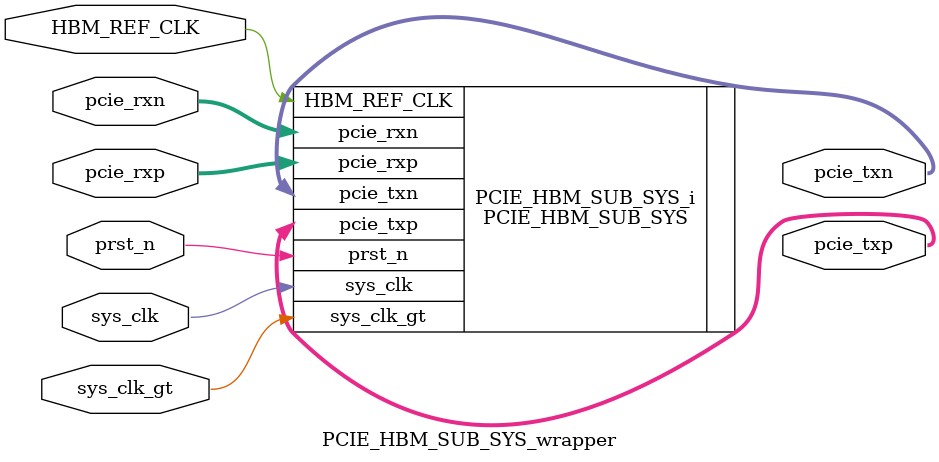
<source format=v>
`timescale 1 ps / 1 ps

module PCIE_HBM_SUB_SYS_wrapper
   (HBM_REF_CLK,
    pcie_rxn,
    pcie_rxp,
    pcie_txn,
    pcie_txp,
    prst_n,
    sys_clk,
    sys_clk_gt);
  input HBM_REF_CLK;
  input [7:0]pcie_rxn;
  input [7:0]pcie_rxp;
  output [7:0]pcie_txn;
  output [7:0]pcie_txp;
  input prst_n;
  input sys_clk;
  input sys_clk_gt;

  wire HBM_REF_CLK;
  wire [7:0]pcie_rxn;
  wire [7:0]pcie_rxp;
  wire [7:0]pcie_txn;
  wire [7:0]pcie_txp;
  wire prst_n;
  wire sys_clk;
  wire sys_clk_gt;

  PCIE_HBM_SUB_SYS PCIE_HBM_SUB_SYS_i
       (.HBM_REF_CLK(HBM_REF_CLK),
        .pcie_rxn(pcie_rxn),
        .pcie_rxp(pcie_rxp),
        .pcie_txn(pcie_txn),
        .pcie_txp(pcie_txp),
        .prst_n(prst_n),
        .sys_clk(sys_clk),
        .sys_clk_gt(sys_clk_gt));
endmodule

</source>
